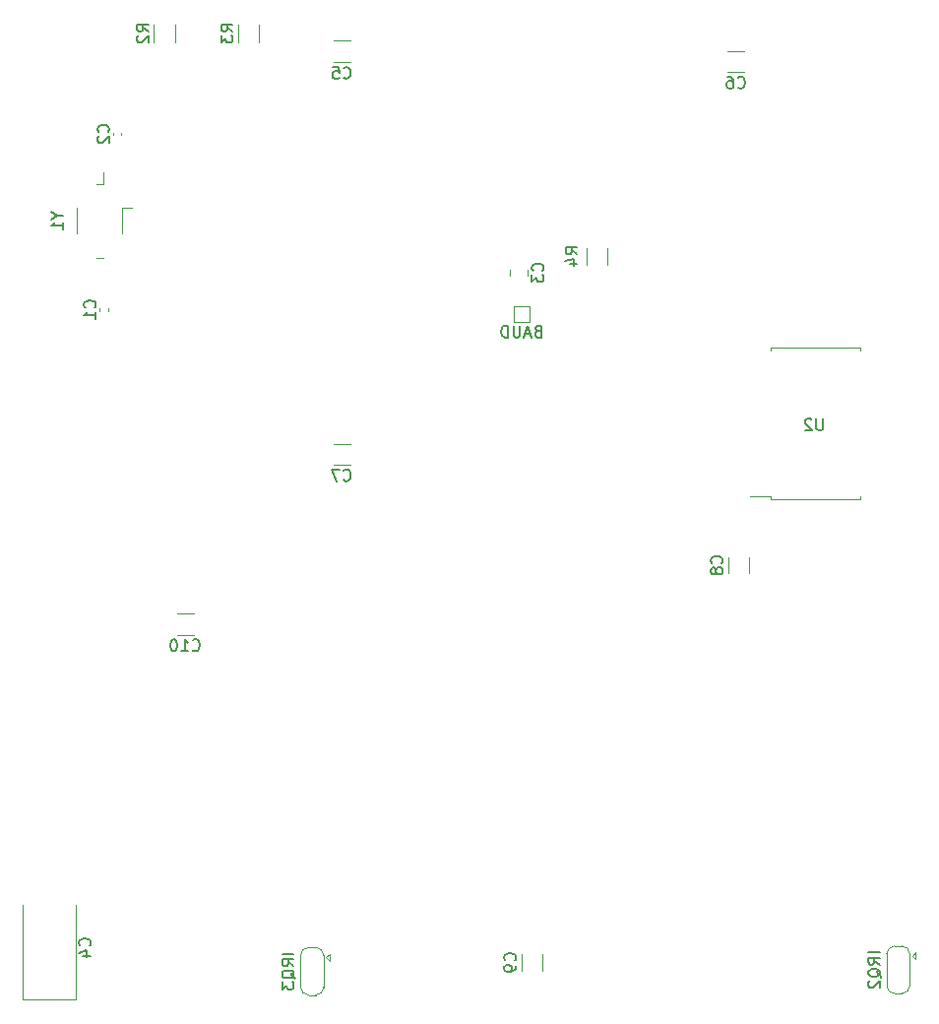
<source format=gbr>
%TF.GenerationSoftware,KiCad,Pcbnew,(6.0.4-0)*%
%TF.CreationDate,2022-05-20T22:02:18+01:00*%
%TF.ProjectId,8088_cpu_card,38303838-5f63-4707-955f-636172642e6b,rev?*%
%TF.SameCoordinates,Original*%
%TF.FileFunction,Legend,Bot*%
%TF.FilePolarity,Positive*%
%FSLAX46Y46*%
G04 Gerber Fmt 4.6, Leading zero omitted, Abs format (unit mm)*
G04 Created by KiCad (PCBNEW (6.0.4-0)) date 2022-05-20 22:02:18*
%MOMM*%
%LPD*%
G01*
G04 APERTURE LIST*
%ADD10C,0.150000*%
%ADD11C,0.120000*%
G04 APERTURE END LIST*
D10*
%TO.C,TP1*%
X139937952Y-71455571D02*
X139795095Y-71503190D01*
X139747476Y-71550809D01*
X139699857Y-71646047D01*
X139699857Y-71788904D01*
X139747476Y-71884142D01*
X139795095Y-71931761D01*
X139890333Y-71979380D01*
X140271285Y-71979380D01*
X140271285Y-70979380D01*
X139937952Y-70979380D01*
X139842714Y-71027000D01*
X139795095Y-71074619D01*
X139747476Y-71169857D01*
X139747476Y-71265095D01*
X139795095Y-71360333D01*
X139842714Y-71407952D01*
X139937952Y-71455571D01*
X140271285Y-71455571D01*
X139318904Y-71693666D02*
X138842714Y-71693666D01*
X139414142Y-71979380D02*
X139080809Y-70979380D01*
X138747476Y-71979380D01*
X138414142Y-70979380D02*
X138414142Y-71788904D01*
X138366523Y-71884142D01*
X138318904Y-71931761D01*
X138223666Y-71979380D01*
X138033190Y-71979380D01*
X137937952Y-71931761D01*
X137890333Y-71884142D01*
X137842714Y-71788904D01*
X137842714Y-70979380D01*
X137366523Y-71979380D02*
X137366523Y-70979380D01*
X137128428Y-70979380D01*
X136985571Y-71027000D01*
X136890333Y-71122238D01*
X136842714Y-71217476D01*
X136795095Y-71407952D01*
X136795095Y-71550809D01*
X136842714Y-71741285D01*
X136890333Y-71836523D01*
X136985571Y-71931761D01*
X137128428Y-71979380D01*
X137366523Y-71979380D01*
%TO.C,C7*%
X123229666Y-84249142D02*
X123277285Y-84296761D01*
X123420142Y-84344380D01*
X123515380Y-84344380D01*
X123658238Y-84296761D01*
X123753476Y-84201523D01*
X123801095Y-84106285D01*
X123848714Y-83915809D01*
X123848714Y-83772952D01*
X123801095Y-83582476D01*
X123753476Y-83487238D01*
X123658238Y-83392000D01*
X123515380Y-83344380D01*
X123420142Y-83344380D01*
X123277285Y-83392000D01*
X123229666Y-83439619D01*
X122896333Y-83344380D02*
X122229666Y-83344380D01*
X122658238Y-84344380D01*
%TO.C,R4*%
X143327380Y-64831333D02*
X142851190Y-64498000D01*
X143327380Y-64259904D02*
X142327380Y-64259904D01*
X142327380Y-64640857D01*
X142375000Y-64736095D01*
X142422619Y-64783714D01*
X142517857Y-64831333D01*
X142660714Y-64831333D01*
X142755952Y-64783714D01*
X142803571Y-64736095D01*
X142851190Y-64640857D01*
X142851190Y-64259904D01*
X142660714Y-65688476D02*
X143327380Y-65688476D01*
X142279761Y-65450380D02*
X142994047Y-65212285D01*
X142994047Y-65831333D01*
%TO.C,C5*%
X123229666Y-49633142D02*
X123277285Y-49680761D01*
X123420142Y-49728380D01*
X123515380Y-49728380D01*
X123658238Y-49680761D01*
X123753476Y-49585523D01*
X123801095Y-49490285D01*
X123848714Y-49299809D01*
X123848714Y-49156952D01*
X123801095Y-48966476D01*
X123753476Y-48871238D01*
X123658238Y-48776000D01*
X123515380Y-48728380D01*
X123420142Y-48728380D01*
X123277285Y-48776000D01*
X123229666Y-48823619D01*
X122324904Y-48728380D02*
X122801095Y-48728380D01*
X122848714Y-49204571D01*
X122801095Y-49156952D01*
X122705857Y-49109333D01*
X122467761Y-49109333D01*
X122372523Y-49156952D01*
X122324904Y-49204571D01*
X122277285Y-49299809D01*
X122277285Y-49537904D01*
X122324904Y-49633142D01*
X122372523Y-49680761D01*
X122467761Y-49728380D01*
X122705857Y-49728380D01*
X122801095Y-49680761D01*
X122848714Y-49633142D01*
%TO.C,R2*%
X106455380Y-45680333D02*
X105979190Y-45347000D01*
X106455380Y-45108904D02*
X105455380Y-45108904D01*
X105455380Y-45489857D01*
X105503000Y-45585095D01*
X105550619Y-45632714D01*
X105645857Y-45680333D01*
X105788714Y-45680333D01*
X105883952Y-45632714D01*
X105931571Y-45585095D01*
X105979190Y-45489857D01*
X105979190Y-45108904D01*
X105550619Y-46061285D02*
X105503000Y-46108904D01*
X105455380Y-46204142D01*
X105455380Y-46442238D01*
X105503000Y-46537476D01*
X105550619Y-46585095D01*
X105645857Y-46632714D01*
X105741095Y-46632714D01*
X105883952Y-46585095D01*
X106455380Y-46013666D01*
X106455380Y-46632714D01*
%TO.C,R3*%
X113694380Y-45680333D02*
X113218190Y-45347000D01*
X113694380Y-45108904D02*
X112694380Y-45108904D01*
X112694380Y-45489857D01*
X112742000Y-45585095D01*
X112789619Y-45632714D01*
X112884857Y-45680333D01*
X113027714Y-45680333D01*
X113122952Y-45632714D01*
X113170571Y-45585095D01*
X113218190Y-45489857D01*
X113218190Y-45108904D01*
X112694380Y-46013666D02*
X112694380Y-46632714D01*
X113075333Y-46299380D01*
X113075333Y-46442238D01*
X113122952Y-46537476D01*
X113170571Y-46585095D01*
X113265809Y-46632714D01*
X113503904Y-46632714D01*
X113599142Y-46585095D01*
X113646761Y-46537476D01*
X113694380Y-46442238D01*
X113694380Y-46156523D01*
X113646761Y-46061285D01*
X113599142Y-46013666D01*
%TO.C,JP2*%
X118943380Y-124992000D02*
X117943380Y-124992000D01*
X118943380Y-126039619D02*
X118467190Y-125706285D01*
X118943380Y-125468190D02*
X117943380Y-125468190D01*
X117943380Y-125849142D01*
X117991000Y-125944380D01*
X118038619Y-125992000D01*
X118133857Y-126039619D01*
X118276714Y-126039619D01*
X118371952Y-125992000D01*
X118419571Y-125944380D01*
X118467190Y-125849142D01*
X118467190Y-125468190D01*
X119038619Y-127134857D02*
X118991000Y-127039619D01*
X118895761Y-126944380D01*
X118752904Y-126801523D01*
X118705285Y-126706285D01*
X118705285Y-126611047D01*
X118943380Y-126658666D02*
X118895761Y-126563428D01*
X118800523Y-126468190D01*
X118610047Y-126420571D01*
X118276714Y-126420571D01*
X118086238Y-126468190D01*
X117991000Y-126563428D01*
X117943380Y-126658666D01*
X117943380Y-126849142D01*
X117991000Y-126944380D01*
X118086238Y-127039619D01*
X118276714Y-127087238D01*
X118610047Y-127087238D01*
X118800523Y-127039619D01*
X118895761Y-126944380D01*
X118943380Y-126849142D01*
X118943380Y-126658666D01*
X117943380Y-127420571D02*
X117943380Y-128039619D01*
X118324333Y-127706285D01*
X118324333Y-127849142D01*
X118371952Y-127944380D01*
X118419571Y-127992000D01*
X118514809Y-128039619D01*
X118752904Y-128039619D01*
X118848142Y-127992000D01*
X118895761Y-127944380D01*
X118943380Y-127849142D01*
X118943380Y-127563428D01*
X118895761Y-127468190D01*
X118848142Y-127420571D01*
%TO.C,C9*%
X137953142Y-125563333D02*
X138000761Y-125515714D01*
X138048380Y-125372857D01*
X138048380Y-125277619D01*
X138000761Y-125134761D01*
X137905523Y-125039523D01*
X137810285Y-124991904D01*
X137619809Y-124944285D01*
X137476952Y-124944285D01*
X137286476Y-124991904D01*
X137191238Y-125039523D01*
X137096000Y-125134761D01*
X137048380Y-125277619D01*
X137048380Y-125372857D01*
X137096000Y-125515714D01*
X137143619Y-125563333D01*
X138048380Y-126039523D02*
X138048380Y-126230000D01*
X138000761Y-126325238D01*
X137953142Y-126372857D01*
X137810285Y-126468095D01*
X137619809Y-126515714D01*
X137238857Y-126515714D01*
X137143619Y-126468095D01*
X137096000Y-126420476D01*
X137048380Y-126325238D01*
X137048380Y-126134761D01*
X137096000Y-126039523D01*
X137143619Y-125991904D01*
X137238857Y-125944285D01*
X137476952Y-125944285D01*
X137572190Y-125991904D01*
X137619809Y-126039523D01*
X137667428Y-126134761D01*
X137667428Y-126325238D01*
X137619809Y-126420476D01*
X137572190Y-126468095D01*
X137476952Y-126515714D01*
%TO.C,C10*%
X110243857Y-98854142D02*
X110291476Y-98901761D01*
X110434333Y-98949380D01*
X110529571Y-98949380D01*
X110672428Y-98901761D01*
X110767666Y-98806523D01*
X110815285Y-98711285D01*
X110862904Y-98520809D01*
X110862904Y-98377952D01*
X110815285Y-98187476D01*
X110767666Y-98092238D01*
X110672428Y-97997000D01*
X110529571Y-97949380D01*
X110434333Y-97949380D01*
X110291476Y-97997000D01*
X110243857Y-98044619D01*
X109291476Y-98949380D02*
X109862904Y-98949380D01*
X109577190Y-98949380D02*
X109577190Y-97949380D01*
X109672428Y-98092238D01*
X109767666Y-98187476D01*
X109862904Y-98235095D01*
X108672428Y-97949380D02*
X108577190Y-97949380D01*
X108481952Y-97997000D01*
X108434333Y-98044619D01*
X108386714Y-98139857D01*
X108339095Y-98330333D01*
X108339095Y-98568428D01*
X108386714Y-98758904D01*
X108434333Y-98854142D01*
X108481952Y-98901761D01*
X108577190Y-98949380D01*
X108672428Y-98949380D01*
X108767666Y-98901761D01*
X108815285Y-98854142D01*
X108862904Y-98758904D01*
X108910523Y-98568428D01*
X108910523Y-98330333D01*
X108862904Y-98139857D01*
X108815285Y-98044619D01*
X108767666Y-97997000D01*
X108672428Y-97949380D01*
%TO.C,C1*%
X101813142Y-69429333D02*
X101860761Y-69381714D01*
X101908380Y-69238857D01*
X101908380Y-69143619D01*
X101860761Y-69000761D01*
X101765523Y-68905523D01*
X101670285Y-68857904D01*
X101479809Y-68810285D01*
X101336952Y-68810285D01*
X101146476Y-68857904D01*
X101051238Y-68905523D01*
X100956000Y-69000761D01*
X100908380Y-69143619D01*
X100908380Y-69238857D01*
X100956000Y-69381714D01*
X101003619Y-69429333D01*
X101908380Y-70381714D02*
X101908380Y-69810285D01*
X101908380Y-70096000D02*
X100908380Y-70096000D01*
X101051238Y-70000761D01*
X101146476Y-69905523D01*
X101194095Y-69810285D01*
%TO.C,U2*%
X164464904Y-78954380D02*
X164464904Y-79763904D01*
X164417285Y-79859142D01*
X164369666Y-79906761D01*
X164274428Y-79954380D01*
X164083952Y-79954380D01*
X163988714Y-79906761D01*
X163941095Y-79859142D01*
X163893476Y-79763904D01*
X163893476Y-78954380D01*
X163464904Y-79049619D02*
X163417285Y-79002000D01*
X163322047Y-78954380D01*
X163083952Y-78954380D01*
X162988714Y-79002000D01*
X162941095Y-79049619D01*
X162893476Y-79144857D01*
X162893476Y-79240095D01*
X162941095Y-79382952D01*
X163512523Y-79954380D01*
X162893476Y-79954380D01*
%TO.C,C6*%
X157138666Y-50472142D02*
X157186285Y-50519761D01*
X157329142Y-50567380D01*
X157424380Y-50567380D01*
X157567238Y-50519761D01*
X157662476Y-50424523D01*
X157710095Y-50329285D01*
X157757714Y-50138809D01*
X157757714Y-49995952D01*
X157710095Y-49805476D01*
X157662476Y-49710238D01*
X157567238Y-49615000D01*
X157424380Y-49567380D01*
X157329142Y-49567380D01*
X157186285Y-49615000D01*
X157138666Y-49662619D01*
X156281523Y-49567380D02*
X156472000Y-49567380D01*
X156567238Y-49615000D01*
X156614857Y-49662619D01*
X156710095Y-49805476D01*
X156757714Y-49995952D01*
X156757714Y-50376904D01*
X156710095Y-50472142D01*
X156662476Y-50519761D01*
X156567238Y-50567380D01*
X156376761Y-50567380D01*
X156281523Y-50519761D01*
X156233904Y-50472142D01*
X156186285Y-50376904D01*
X156186285Y-50138809D01*
X156233904Y-50043571D01*
X156281523Y-49995952D01*
X156376761Y-49948333D01*
X156567238Y-49948333D01*
X156662476Y-49995952D01*
X156710095Y-50043571D01*
X156757714Y-50138809D01*
%TO.C,JP1*%
X169362380Y-124865000D02*
X168362380Y-124865000D01*
X169362380Y-125912619D02*
X168886190Y-125579285D01*
X169362380Y-125341190D02*
X168362380Y-125341190D01*
X168362380Y-125722142D01*
X168410000Y-125817380D01*
X168457619Y-125865000D01*
X168552857Y-125912619D01*
X168695714Y-125912619D01*
X168790952Y-125865000D01*
X168838571Y-125817380D01*
X168886190Y-125722142D01*
X168886190Y-125341190D01*
X169457619Y-127007857D02*
X169410000Y-126912619D01*
X169314761Y-126817380D01*
X169171904Y-126674523D01*
X169124285Y-126579285D01*
X169124285Y-126484047D01*
X169362380Y-126531666D02*
X169314761Y-126436428D01*
X169219523Y-126341190D01*
X169029047Y-126293571D01*
X168695714Y-126293571D01*
X168505238Y-126341190D01*
X168410000Y-126436428D01*
X168362380Y-126531666D01*
X168362380Y-126722142D01*
X168410000Y-126817380D01*
X168505238Y-126912619D01*
X168695714Y-126960238D01*
X169029047Y-126960238D01*
X169219523Y-126912619D01*
X169314761Y-126817380D01*
X169362380Y-126722142D01*
X169362380Y-126531666D01*
X168457619Y-127341190D02*
X168410000Y-127388809D01*
X168362380Y-127484047D01*
X168362380Y-127722142D01*
X168410000Y-127817380D01*
X168457619Y-127865000D01*
X168552857Y-127912619D01*
X168648095Y-127912619D01*
X168790952Y-127865000D01*
X169362380Y-127293571D01*
X169362380Y-127912619D01*
%TO.C,C2*%
X102956142Y-54316333D02*
X103003761Y-54268714D01*
X103051380Y-54125857D01*
X103051380Y-54030619D01*
X103003761Y-53887761D01*
X102908523Y-53792523D01*
X102813285Y-53744904D01*
X102622809Y-53697285D01*
X102479952Y-53697285D01*
X102289476Y-53744904D01*
X102194238Y-53792523D01*
X102099000Y-53887761D01*
X102051380Y-54030619D01*
X102051380Y-54125857D01*
X102099000Y-54268714D01*
X102146619Y-54316333D01*
X102146619Y-54697285D02*
X102099000Y-54744904D01*
X102051380Y-54840142D01*
X102051380Y-55078238D01*
X102099000Y-55173476D01*
X102146619Y-55221095D01*
X102241857Y-55268714D01*
X102337095Y-55268714D01*
X102479952Y-55221095D01*
X103051380Y-54649666D01*
X103051380Y-55268714D01*
%TO.C,Y1*%
X98611190Y-61499809D02*
X99087380Y-61499809D01*
X98087380Y-61166476D02*
X98611190Y-61499809D01*
X98087380Y-61833142D01*
X99087380Y-62690285D02*
X99087380Y-62118857D01*
X99087380Y-62404571D02*
X98087380Y-62404571D01*
X98230238Y-62309333D01*
X98325476Y-62214095D01*
X98373095Y-62118857D01*
%TO.C,C8*%
X155733142Y-91400333D02*
X155780761Y-91352714D01*
X155828380Y-91209857D01*
X155828380Y-91114619D01*
X155780761Y-90971761D01*
X155685523Y-90876523D01*
X155590285Y-90828904D01*
X155399809Y-90781285D01*
X155256952Y-90781285D01*
X155066476Y-90828904D01*
X154971238Y-90876523D01*
X154876000Y-90971761D01*
X154828380Y-91114619D01*
X154828380Y-91209857D01*
X154876000Y-91352714D01*
X154923619Y-91400333D01*
X155256952Y-91971761D02*
X155209333Y-91876523D01*
X155161714Y-91828904D01*
X155066476Y-91781285D01*
X155018857Y-91781285D01*
X154923619Y-91828904D01*
X154876000Y-91876523D01*
X154828380Y-91971761D01*
X154828380Y-92162238D01*
X154876000Y-92257476D01*
X154923619Y-92305095D01*
X155018857Y-92352714D01*
X155066476Y-92352714D01*
X155161714Y-92305095D01*
X155209333Y-92257476D01*
X155256952Y-92162238D01*
X155256952Y-91971761D01*
X155304571Y-91876523D01*
X155352190Y-91828904D01*
X155447428Y-91781285D01*
X155637904Y-91781285D01*
X155733142Y-91828904D01*
X155780761Y-91876523D01*
X155828380Y-91971761D01*
X155828380Y-92162238D01*
X155780761Y-92257476D01*
X155733142Y-92305095D01*
X155637904Y-92352714D01*
X155447428Y-92352714D01*
X155352190Y-92305095D01*
X155304571Y-92257476D01*
X155256952Y-92162238D01*
%TO.C,C3*%
X140340142Y-66254333D02*
X140387761Y-66206714D01*
X140435380Y-66063857D01*
X140435380Y-65968619D01*
X140387761Y-65825761D01*
X140292523Y-65730523D01*
X140197285Y-65682904D01*
X140006809Y-65635285D01*
X139863952Y-65635285D01*
X139673476Y-65682904D01*
X139578238Y-65730523D01*
X139483000Y-65825761D01*
X139435380Y-65968619D01*
X139435380Y-66063857D01*
X139483000Y-66206714D01*
X139530619Y-66254333D01*
X139435380Y-66587666D02*
X139435380Y-67206714D01*
X139816333Y-66873380D01*
X139816333Y-67016238D01*
X139863952Y-67111476D01*
X139911571Y-67159095D01*
X140006809Y-67206714D01*
X140244904Y-67206714D01*
X140340142Y-67159095D01*
X140387761Y-67111476D01*
X140435380Y-67016238D01*
X140435380Y-66730523D01*
X140387761Y-66635285D01*
X140340142Y-66587666D01*
%TO.C,C4*%
X101374142Y-124293333D02*
X101421761Y-124245714D01*
X101469380Y-124102857D01*
X101469380Y-124007619D01*
X101421761Y-123864761D01*
X101326523Y-123769523D01*
X101231285Y-123721904D01*
X101040809Y-123674285D01*
X100897952Y-123674285D01*
X100707476Y-123721904D01*
X100612238Y-123769523D01*
X100517000Y-123864761D01*
X100469380Y-124007619D01*
X100469380Y-124102857D01*
X100517000Y-124245714D01*
X100564619Y-124293333D01*
X100802714Y-125150476D02*
X101469380Y-125150476D01*
X100421761Y-124912380D02*
X101136047Y-124674285D01*
X101136047Y-125293333D01*
D11*
%TO.C,TP1*%
X139257000Y-70677000D02*
X139257000Y-69277000D01*
X137857000Y-69277000D02*
X137857000Y-70677000D01*
X139257000Y-69277000D02*
X137857000Y-69277000D01*
X137857000Y-70677000D02*
X139257000Y-70677000D01*
%TO.C,C7*%
X122351748Y-82952000D02*
X123774252Y-82952000D01*
X122351748Y-81132000D02*
X123774252Y-81132000D01*
%TO.C,R4*%
X144124000Y-64296936D02*
X144124000Y-65751064D01*
X145944000Y-64296936D02*
X145944000Y-65751064D01*
%TO.C,C5*%
X122351748Y-46461000D02*
X123774252Y-46461000D01*
X122351748Y-48281000D02*
X123774252Y-48281000D01*
%TO.C,R2*%
X106913000Y-45119936D02*
X106913000Y-46574064D01*
X108733000Y-45119936D02*
X108733000Y-46574064D01*
%TO.C,R3*%
X115972000Y-45119936D02*
X115972000Y-46574064D01*
X114152000Y-45119936D02*
X114152000Y-46574064D01*
%TO.C,JP2*%
X121723000Y-125292000D02*
X122023000Y-124992000D01*
X120823000Y-124442000D02*
X120223000Y-124442000D01*
X122023000Y-124992000D02*
X122023000Y-125592000D01*
X119523000Y-125092000D02*
X119523000Y-127892000D01*
X121523000Y-127892000D02*
X121523000Y-125092000D01*
X120223000Y-128542000D02*
X120823000Y-128542000D01*
X121723000Y-125292000D02*
X122023000Y-125592000D01*
X120823000Y-128542000D02*
G75*
G03*
X121523000Y-127842000I0J700000D01*
G01*
X120223000Y-124442000D02*
G75*
G03*
X119523000Y-125142000I-1J-699999D01*
G01*
X121523000Y-125142000D02*
G75*
G03*
X120823000Y-124442000I-699999J1D01*
G01*
X119523000Y-127842000D02*
G75*
G03*
X120223000Y-128542000I700000J0D01*
G01*
%TO.C,C9*%
X138536000Y-125018748D02*
X138536000Y-126441252D01*
X140356000Y-125018748D02*
X140356000Y-126441252D01*
%TO.C,C10*%
X108889748Y-97557000D02*
X110312252Y-97557000D01*
X108889748Y-95737000D02*
X110312252Y-95737000D01*
%TO.C,C1*%
X102256000Y-69480165D02*
X102256000Y-69711835D01*
X102976000Y-69480165D02*
X102976000Y-69711835D01*
%TO.C,U2*%
X163830000Y-72865000D02*
X167690000Y-72865000D01*
X167690000Y-72865000D02*
X167690000Y-73100000D01*
X163830000Y-85885000D02*
X159970000Y-85885000D01*
X163830000Y-85885000D02*
X167690000Y-85885000D01*
X163830000Y-72865000D02*
X159970000Y-72865000D01*
X159970000Y-85650000D02*
X158155000Y-85650000D01*
X159970000Y-72865000D02*
X159970000Y-73100000D01*
X167690000Y-85885000D02*
X167690000Y-85650000D01*
X159970000Y-85885000D02*
X159970000Y-85650000D01*
%TO.C,C6*%
X156260748Y-49175000D02*
X157683252Y-49175000D01*
X156260748Y-47355000D02*
X157683252Y-47355000D01*
%TO.C,JP1*%
X169942000Y-124965000D02*
X169942000Y-127765000D01*
X170642000Y-128415000D02*
X171242000Y-128415000D01*
X171942000Y-127765000D02*
X171942000Y-124965000D01*
X172142000Y-125165000D02*
X172442000Y-124865000D01*
X172142000Y-125165000D02*
X172442000Y-125465000D01*
X171242000Y-124315000D02*
X170642000Y-124315000D01*
X172442000Y-124865000D02*
X172442000Y-125465000D01*
X169942000Y-127715000D02*
G75*
G03*
X170642000Y-128415000I700000J0D01*
G01*
X170642000Y-124315000D02*
G75*
G03*
X169942000Y-125015000I-1J-699999D01*
G01*
X171942000Y-125015000D02*
G75*
G03*
X171242000Y-124315000I-699999J1D01*
G01*
X171242000Y-128415000D02*
G75*
G03*
X171942000Y-127715000I0J700000D01*
G01*
%TO.C,C2*%
X103399000Y-54367165D02*
X103399000Y-54598835D01*
X104119000Y-54367165D02*
X104119000Y-54598835D01*
%TO.C,Y1*%
X104185000Y-60876000D02*
X105035000Y-60876000D01*
X102535000Y-58776000D02*
X101935000Y-58776000D01*
X100285000Y-60876000D02*
X100285000Y-63076000D01*
X104185000Y-63076000D02*
X104185000Y-60876000D01*
X101935000Y-65176000D02*
X102535000Y-65176000D01*
X102535000Y-57776000D02*
X102535000Y-58776000D01*
%TO.C,C8*%
X156316000Y-90855748D02*
X156316000Y-92278252D01*
X158136000Y-90855748D02*
X158136000Y-92278252D01*
%TO.C,C3*%
X137568000Y-66682252D02*
X137568000Y-66159748D01*
X139038000Y-66682252D02*
X139038000Y-66159748D01*
%TO.C,C4*%
X100177000Y-120810000D02*
X100177000Y-128870000D01*
X95657000Y-128870000D02*
X95657000Y-120810000D01*
X100177000Y-128870000D02*
X95657000Y-128870000D01*
%TD*%
M02*

</source>
